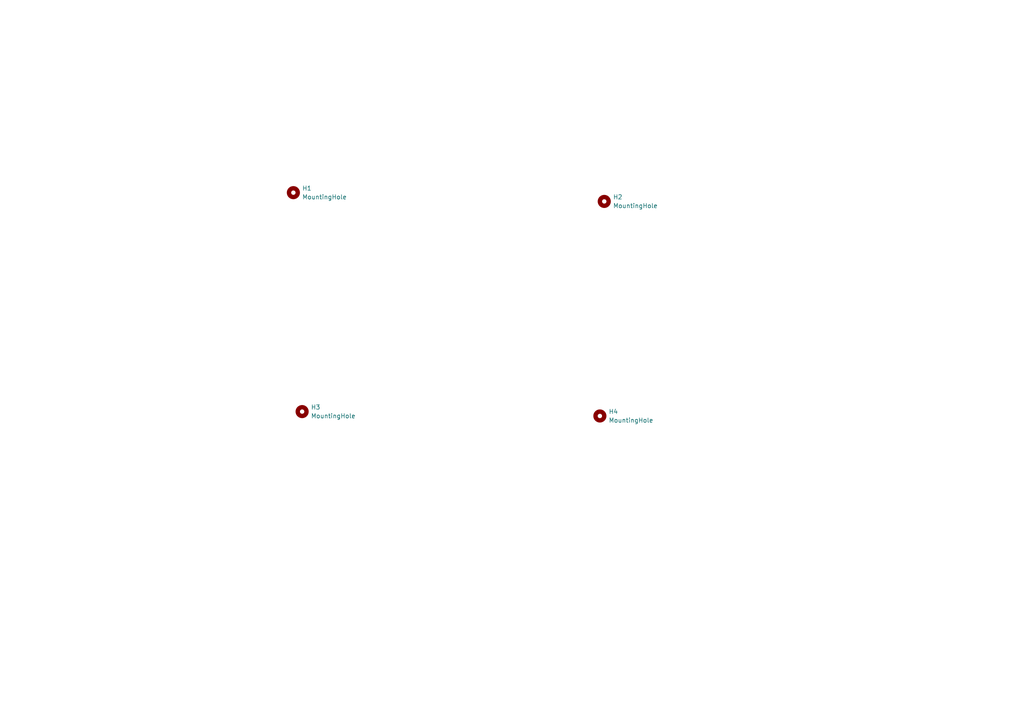
<source format=kicad_sch>
(kicad_sch (version 20231120) (generator "eeschema") (generator_version "8.0")
  (paper "A4")
  (lib_symbols
    (symbol "Mechanical:MountingHole" (pin_names (offset 1.016)) (exclude_from_sim yes) (in_bom no)
      (property "Reference" "H" (at 0 5.08 0))
      (property "Value" "MountingHole" (at 0 3.175 0))
      (symbol "MountingHole_0_1"
        (circle (center 0 0) (radius 1.27) (stroke (width 1.27)))
      )
    )
  )
  (symbol (lib_id "Mechanical:MountingHole") (at 175.26 58.42 0) (unit 1) (exclude_from_sim yes) (in_bom no)
    (property "Reference" "H2" (at 177.8 57.1499 0) (effects (justify left)))
    (property "Value" "MountingHole" (at 177.8 59.6899 0) (effects (justify left)))
    (property "Footprint" "MountingHole:MountingHole_2.2mm_M2" (effects (hide yes)))
    (property "Description" "Mounting Hole without connection" (effects (hide yes)))
  )
  (symbol (lib_id "Mechanical:MountingHole") (at 85.09 55.88 0) (unit 1) (exclude_from_sim yes) (in_bom no)
    (property "Reference" "H1" (at 87.63 54.6099 0) (effects (justify left)))
    (property "Value" "MountingHole" (at 87.63 57.1499 0) (effects (justify left)))
    (property "Footprint" "MountingHole:MountingHole_2.2mm_M2" (effects (hide yes)))
    (property "Description" "Mounting Hole without connection" (effects (hide yes)))
  )
  (symbol (lib_id "Mechanical:MountingHole") (at 87.63 119.38 0) (unit 1) (exclude_from_sim yes) (in_bom no)
    (property "Reference" "H3" (at 90.17 118.1099 0) (effects (justify left)))
    (property "Value" "MountingHole" (at 90.17 120.6499 0) (effects (justify left)))
    (property "Footprint" "MountingHole:MountingHole_2.2mm_M2" (effects (hide yes)))
    (property "Description" "Mounting Hole without connection" (effects (hide yes)))
  )
  (symbol (lib_id "Mechanical:MountingHole") (at 173.99 120.65 0) (unit 1) (exclude_from_sim yes) (in_bom no)
    (property "Reference" "H4" (at 176.53 119.3799 0) (effects (justify left)))
    (property "Value" "MountingHole" (at 176.53 121.9199 0) (effects (justify left)))
    (property "Footprint" "MountingHole:MountingHole_2.2mm_M2" (effects (hide yes)))
    (property "Description" "Mounting Hole without connection" (effects (hide yes)))
  )
)
</source>
